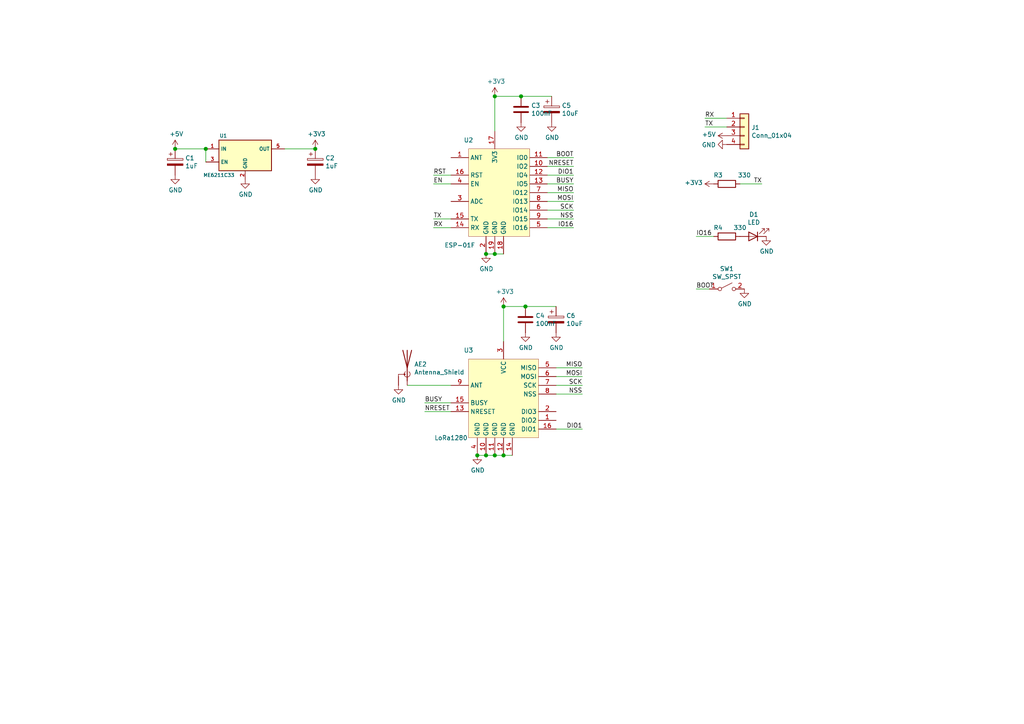
<source format=kicad_sch>
(kicad_sch (version 20201015) (generator eeschema)
  (page 1 1)
  (paper "A4")
  (lib_symbols
    (symbol "Connector_Generic:Conn_01x04" (pin_names hide)
      (property "Reference" "J" (at 0 5.08 0))
      (property "Value" "Conn_01x04" (at 0 -7.62 0))
      (symbol "Conn_01x04_1_1"
        (rectangle (start -1.27 -4.953) (end 0 -5.207) (stroke (width 0.1524)))
        (rectangle (start -1.27 -2.413) (end 0 -2.667) (stroke (width 0.1524)))
        (rectangle (start -1.27 2.667) (end 0 2.413) (stroke (width 0.1524)))
        (rectangle (start -1.27 3.81) (end 1.27 -6.35) (stroke (width 0.254)) (fill (type background)))
        (rectangle (start -1.27 0.127) (end 0 -0.127) (stroke (width 0.1524)))
        (pin passive line (at -5.08 2.54 0) (length 3.81) (name "Pin_1") (number "1"))
        (pin passive line (at -5.08 0 0) (length 3.81) (name "Pin_2") (number "2"))
        (pin passive line (at -5.08 -2.54 0) (length 3.81) (name "Pin_3") (number "3"))
        (pin passive line (at -5.08 -5.08 0) (length 3.81) (name "Pin_4") (number "4"))
      )
    )
    (symbol "ELRS_lib:ESP-01F"
      (property "Reference" "U" (at -8.89 15.24 0))
      (property "Value" "ESP-01F" (at -8.89 -15.24 0))
      (symbol "ESP-01F_0_1"
        (rectangle (start -7.62 12.7) (end 10.16 -12.7) (stroke (width 0.001)) (fill (type background)))
      )
      (symbol "ESP-01F_1_1"
        (pin input line (at -12.7 10.16 0) (length 5.08) (name "ANT") (number "1"))
        (pin input line (at -2.54 -17.78 90) (length 5.08) (name "GND") (number "2"))
        (pin input line (at -12.7 -2.54 0) (length 5.08) (name "ADC") (number "3"))
        (pin input line (at -12.7 2.54 0) (length 5.08) (name "EN") (number "4"))
        (pin input line (at 15.24 -10.16 180) (length 5.08) (name "IO16") (number "5"))
        (pin input line (at 15.24 -5.08 180) (length 5.08) (name "IO14") (number "6"))
        (pin input line (at 15.24 0 180) (length 5.08) (name "IO12") (number "7"))
        (pin input line (at 15.24 -2.54 180) (length 5.08) (name "IO13") (number "8"))
        (pin input line (at 15.24 -7.62 180) (length 5.08) (name "IO15") (number "9"))
        (pin input line (at 15.24 7.62 180) (length 5.08) (name "IO2") (number "10"))
        (pin input line (at 15.24 10.16 180) (length 5.08) (name "IO0") (number "11"))
        (pin input line (at 15.24 5.08 180) (length 5.08) (name "IO4") (number "12"))
        (pin input line (at 15.24 2.54 180) (length 5.08) (name "IO5") (number "13"))
        (pin input line (at -12.7 -10.16 0) (length 5.08) (name "RX") (number "14"))
        (pin input line (at -12.7 -7.62 0) (length 5.08) (name "TX") (number "15"))
        (pin input line (at -12.7 5.08 0) (length 5.08) (name "RST") (number "16"))
        (pin input line (at 0 17.78 270) (length 5.08) (name "3V3") (number "17"))
        (pin input line (at 2.54 -17.78 90) (length 5.08) (name "GND") (number "18"))
        (pin input line (at 0 -17.78 90) (length 5.08) (name "GND") (number "19"))
      )
    )
    (symbol "ELRS_lib:LoRa1280"
      (property "Reference" "U" (at -10.16 12.7 0))
      (property "Value" "LoRa1280" (at 10.16 -15.24 0))
      (symbol "LoRa1280_0_1"
        (rectangle (start 10.16 -12.7) (end -10.16 10.16) (stroke (width 0.001)) (fill (type background)))
      )
      (symbol "LoRa1280_1_1"
        (pin input line (at 15.24 -7.62 180) (length 5.08) (name "DIO2") (number "1"))
        (pin input line (at 15.24 -5.08 180) (length 5.08) (name "DIO3") (number "2"))
        (pin input line (at 0 15.24 270) (length 5.08) (name "VCC") (number "3"))
        (pin input line (at 15.24 7.62 180) (length 5.08) (name "MISO") (number "5"))
        (pin input line (at 15.24 5.08 180) (length 5.08) (name "MOSI") (number "6"))
        (pin input line (at 15.24 2.54 180) (length 5.08) (name "SCK") (number "7"))
        (pin input line (at 15.24 0 180) (length 5.08) (name "NSS") (number "8"))
        (pin input line (at -15.24 2.54 0) (length 5.08) (name "ANT") (number "9"))
        (pin input line (at -7.62 -17.78 90) (length 5.08) (name "GND") (number "4"))
        (pin input line (at -5.08 -17.78 90) (length 5.08) (name "GND") (number "10"))
        (pin input line (at -2.54 -17.78 90) (length 5.08) (name "GND") (number "11"))
        (pin input line (at 0 -17.78 90) (length 5.08) (name "GND") (number "12"))
        (pin input line (at 2.54 -17.78 90) (length 5.08) (name "GND") (number "14"))
        (pin input line (at -15.24 -5.08 0) (length 5.08) (name "NRESET") (number "13"))
        (pin input line (at -15.24 -2.54 0) (length 5.08) (name "BUSY") (number "15"))
        (pin input line (at 15.24 -10.16 180) (length 5.08) (name "DIO1") (number "16"))
      )
    )
    (symbol "Switch:SW_SPST" (pin_names (offset 0) hide)
      (property "Reference" "SW" (at 0 3.175 0))
      (property "Value" "SW_SPST" (at 0 -2.54 0))
      (symbol "SW_SPST_0_0"
        (circle (center -2.032 0) (radius 0.508))
        (circle (center 2.032 0) (radius 0.508))
        (polyline (pts (xy -1.524 0.254) (xy 1.524 1.778)))
      )
      (symbol "SW_SPST_1_1"
        (pin passive line (at -5.08 0 0) (length 2.54) (name "A") (number "1"))
        (pin passive line (at 5.08 0 180) (length 2.54) (name "B") (number "2"))
      )
    )
    (symbol "device:Antenna_Shield" (pin_numbers hide) (pin_names hide)
      (property "Reference" "AE" (at -1.905 4.445 0))
      (property "Value" "Antenna_Shield" (at -1.905 2.54 0))
      (symbol "Antenna_Shield_0_1"
        (arc (start 0 -2.667) (end -0.508 -1.143) (radius (at -0.0254 -1.8542) (length 0.8128) (angles -88.2 124.2)))
        (arc (start 0 -2.667) (end 0.508 -1.143) (radius (at 0.0254 -1.8542) (length 0.8128) (angles -91.8 55.8)))
        (circle (center 0.762 -1.905) (radius 0.1778) (fill (type outline)))
        (polyline (pts (xy 0 -2.54) (xy 0 0)))
        (polyline (pts (xy 0 5.08) (xy 0 -3.81)) (stroke (width 0.254)))
        (polyline (pts (xy 0.762 -1.905) (xy 2.54 -1.905)))
        (polyline (pts (xy 2.54 -2.54) (xy 2.54 -1.905)))
        (polyline (pts (xy 1.27 5.08) (xy 0 0) (xy -1.27 5.08)) (stroke (width 0.254)))
      )
      (symbol "Antenna_Shield_1_1"
        (pin input line (at 0 -5.08 90) (length 2.54) (name "A") (number "1"))
        (pin input line (at 2.54 -5.08 90) (length 2.54) (name "Shield") (number "2"))
      )
    )
    (symbol "device:C" (pin_numbers hide) (pin_names (offset 0.254))
      (property "Reference" "C" (at 0.635 2.54 0))
      (property "Value" "C" (at 0.635 -2.54 0))
      (symbol "C_0_1"
        (polyline (pts (xy -2.032 -0.762) (xy 2.032 -0.762)) (stroke (width 0.508)))
        (polyline (pts (xy -2.032 0.762) (xy 2.032 0.762)) (stroke (width 0.508)))
      )
      (symbol "C_1_1"
        (pin passive line (at 0 3.81 270) (length 2.794) (name "~") (number "1"))
        (pin passive line (at 0 -3.81 90) (length 2.794) (name "~") (number "2"))
      )
    )
    (symbol "device:CP" (pin_numbers hide) (pin_names (offset 0.254))
      (property "Reference" "C" (at 0.635 2.54 0))
      (property "Value" "CP" (at 0.635 -2.54 0))
      (symbol "CP_0_1"
        (rectangle (start -2.286 0.508) (end 2.286 1.016))
        (rectangle (start 2.286 -0.508) (end -2.286 -1.016) (fill (type outline)))
        (polyline (pts (xy -1.778 2.286) (xy -0.762 2.286)))
        (polyline (pts (xy -1.27 2.794) (xy -1.27 1.778)))
      )
      (symbol "CP_1_1"
        (pin passive line (at 0 3.81 270) (length 2.794) (name "~") (number "1"))
        (pin passive line (at 0 -3.81 90) (length 2.794) (name "~") (number "2"))
      )
    )
    (symbol "device:LED" (pin_numbers hide) (pin_names hide)
      (property "Reference" "D" (at 0 2.54 0))
      (property "Value" "LED" (at 0 -2.54 0))
      (symbol "LED_0_1"
        (polyline (pts (xy -1.27 -1.27) (xy -1.27 1.27)) (stroke (width 0.254)))
        (polyline (pts (xy -1.27 0) (xy 1.27 0)))
        (polyline (pts (xy 1.27 -1.27) (xy 1.27 1.27) (xy -1.27 0) (xy 1.27 -1.27)) (stroke (width 0.254)))
        (polyline (pts (xy -3.048 -0.762) (xy -4.572 -2.286) (xy -3.81 -2.286) (xy -4.572 -2.286) (xy -4.572 -1.524)))
        (polyline (pts (xy -1.778 -0.762) (xy -3.302 -2.286) (xy -2.54 -2.286) (xy -3.302 -2.286) (xy -3.302 -1.524)))
      )
      (symbol "LED_1_1"
        (pin passive line (at -3.81 0 0) (length 2.54) (name "K") (number "1"))
        (pin passive line (at 3.81 0 180) (length 2.54) (name "A") (number "2"))
      )
    )
    (symbol "device:R" (pin_numbers hide) (pin_names (offset 0))
      (property "Reference" "R" (at 2.032 0 90))
      (property "Value" "R" (at 0 0 90))
      (symbol "R_0_1"
        (rectangle (start -1.016 -2.54) (end 1.016 2.54) (stroke (width 0.254)))
      )
      (symbol "R_1_1"
        (pin passive line (at 0 3.81 270) (length 1.27) (name "~") (number "1"))
        (pin passive line (at 0 -3.81 90) (length 1.27) (name "~") (number "2"))
      )
    )
    (symbol "power:+3V3" (power) (pin_names (offset 0))
      (property "Value" "+3V3" (at 0 3.556 0))
      (symbol "+3V3_0_1"
        (polyline (pts (xy -0.762 1.27) (xy 0 2.54)))
        (polyline (pts (xy 0 0) (xy 0 2.54)))
        (polyline (pts (xy 0 2.54) (xy 0.762 1.27)))
      )
      (symbol "+3V3_1_1"
        (pin power_in line (at 0 0 90) (length 0) hide (name "+3V3") (number "1"))
      )
    )
    (symbol "power:+5V" (power) (pin_names (offset 0))
      (property "Value" "+5V" (at 0 3.556 0))
      (symbol "+5V_0_1"
        (polyline (pts (xy -0.762 1.27) (xy 0 2.54)))
        (polyline (pts (xy 0 0) (xy 0 2.54)))
        (polyline (pts (xy 0 2.54) (xy 0.762 1.27)))
      )
      (symbol "+5V_1_1"
        (pin power_in line (at 0 0 90) (length 0) hide (name "+5V") (number "1"))
      )
    )
    (symbol "power:GND" (power) (pin_names (offset 0))
      (property "Value" "GND" (at 0 -3.81 0))
      (symbol "GND_0_1"
        (polyline (pts (xy 0 0) (xy 0 -1.27) (xy 1.27 -1.27) (xy 0 -2.54) (xy -1.27 -1.27) (xy 0 -1.27)))
      )
      (symbol "GND_1_1"
        (pin power_in line (at 0 0 270) (length 0) hide (name "GND") (number "1"))
      )
    )
    (symbol "regul:TLV70012DDC"
      (property "Reference" "U" (at -6.35 5.08 0))
      (property "Value" "TLV70012DDC" (at 2.54 5.08 0))
      (property "Footprint" "SOT-23-5" (at 0 2.54 0))
      (property "Datasheet" "http://www.ti.com/lit/ds/symlink/tlv70025.pdf" (at 0 0 0))
      (symbol "TLV70012DDC_0_1"
        (rectangle (start -7.62 3.81) (end 7.62 -5.08) (stroke (width 0.254)) (fill (type background)))
      )
      (symbol "TLV70012DDC_1_1"
        (pin input line (at -11.43 1.27 0) (length 3.81) (name "IN") (number "1"))
        (pin power_in line (at 0 -7.62 90) (length 2.54) (name "GND") (number "2"))
        (pin input line (at -11.43 -2.54 0) (length 3.81) (name "EN") (number "3"))
        (pin power_out line (at 11.43 1.27 180) (length 3.81) (name "OUT") (number "5"))
      )
    )
  )
  (junction (at 50.8 43.18) (diameter 1.016))
  (junction (at 59.69 43.18) (diameter 1.016))
  (junction (at 91.44 43.18) (diameter 1.016))
  (junction (at 138.43 132.08) (diameter 1.016))
  (junction (at 140.97 73.66) (diameter 1.016))
  (junction (at 140.97 132.08) (diameter 1.016))
  (junction (at 143.51 27.94) (diameter 1.016))
  (junction (at 143.51 73.66) (diameter 1.016))
  (junction (at 143.51 132.08) (diameter 1.016))
  (junction (at 146.05 88.9) (diameter 1.016))
  (junction (at 146.05 132.08) (diameter 1.016))
  (junction (at 151.13 27.94) (diameter 1.016))
  (junction (at 152.4 88.9) (diameter 1.016))
  (wire (pts (xy 50.8 43.18) (xy 59.69 43.18)))
  (wire (pts (xy 59.69 43.18) (xy 59.69 46.99)))
  (wire (pts (xy 82.55 43.18) (xy 91.44 43.18)))
  (wire (pts (xy 118.11 111.76) (xy 130.81 111.76)))
  (wire (pts (xy 123.19 116.84) (xy 130.81 116.84)))
  (wire (pts (xy 123.19 119.38) (xy 130.81 119.38)))
  (wire (pts (xy 125.73 50.8) (xy 130.81 50.8)))
  (wire (pts (xy 125.73 53.34) (xy 130.81 53.34)))
  (wire (pts (xy 125.73 63.5) (xy 130.81 63.5)))
  (wire (pts (xy 125.73 66.04) (xy 130.81 66.04)))
  (wire (pts (xy 138.43 132.08) (xy 140.97 132.08)))
  (wire (pts (xy 140.97 73.66) (xy 143.51 73.66)))
  (wire (pts (xy 140.97 132.08) (xy 143.51 132.08)))
  (wire (pts (xy 143.51 27.94) (xy 143.51 38.1)))
  (wire (pts (xy 143.51 27.94) (xy 151.13 27.94)))
  (wire (pts (xy 143.51 73.66) (xy 146.05 73.66)))
  (wire (pts (xy 143.51 132.08) (xy 146.05 132.08)))
  (wire (pts (xy 146.05 88.9) (xy 146.05 99.06)))
  (wire (pts (xy 146.05 88.9) (xy 152.4 88.9)))
  (wire (pts (xy 146.05 132.08) (xy 148.59 132.08)))
  (wire (pts (xy 151.13 27.94) (xy 160.02 27.94)))
  (wire (pts (xy 152.4 88.9) (xy 161.29 88.9)))
  (wire (pts (xy 158.75 45.72) (xy 166.37 45.72)))
  (wire (pts (xy 158.75 48.26) (xy 166.37 48.26)))
  (wire (pts (xy 158.75 50.8) (xy 166.37 50.8)))
  (wire (pts (xy 158.75 53.34) (xy 166.37 53.34)))
  (wire (pts (xy 158.75 55.88) (xy 166.37 55.88)))
  (wire (pts (xy 158.75 58.42) (xy 166.37 58.42)))
  (wire (pts (xy 158.75 60.96) (xy 166.37 60.96)))
  (wire (pts (xy 158.75 63.5) (xy 166.37 63.5)))
  (wire (pts (xy 158.75 66.04) (xy 166.37 66.04)))
  (wire (pts (xy 161.29 106.68) (xy 168.91 106.68)))
  (wire (pts (xy 161.29 109.22) (xy 168.91 109.22)))
  (wire (pts (xy 161.29 111.76) (xy 168.91 111.76)))
  (wire (pts (xy 161.29 114.3) (xy 168.91 114.3)))
  (wire (pts (xy 161.29 124.46) (xy 168.91 124.46)))
  (wire (pts (xy 201.93 68.58) (xy 207.01 68.58)))
  (wire (pts (xy 201.93 83.82) (xy 205.74 83.82)))
  (wire (pts (xy 204.47 34.29) (xy 210.82 34.29)))
  (wire (pts (xy 204.47 36.83) (xy 210.82 36.83)))
  (wire (pts (xy 214.63 53.34) (xy 220.98 53.34)))
  (label "BUSY" (at 123.19 116.84 0))
  (label "NRESET" (at 123.19 119.38 0))
  (label "RST" (at 125.73 50.8 0))
  (label "EN" (at 125.73 53.34 0))
  (label "TX" (at 125.73 63.5 0))
  (label "RX" (at 125.73 66.04 0))
  (label "BOOT" (at 166.37 45.72 180))
  (label "NRESET" (at 166.37 48.26 180))
  (label "DIO1" (at 166.37 50.8 180))
  (label "BUSY" (at 166.37 53.34 180))
  (label "MISO" (at 166.37 55.88 180))
  (label "MOSI" (at 166.37 58.42 180))
  (label "SCK" (at 166.37 60.96 180))
  (label "NSS" (at 166.37 63.5 180))
  (label "IO16" (at 166.37 66.04 180))
  (label "MISO" (at 168.91 106.68 180))
  (label "MOSI" (at 168.91 109.22 180))
  (label "SCK" (at 168.91 111.76 180))
  (label "NSS" (at 168.91 114.3 180))
  (label "DIO1" (at 168.91 124.46 180))
  (label "IO16" (at 201.93 68.58 0))
  (label "BOOT" (at 201.93 83.82 0))
  (label "RX" (at 204.47 34.29 0))
  (label "TX" (at 204.47 36.83 0))
  (label "TX" (at 220.98 53.34 180))
  (symbol (lib_id "power:+5V") (at 50.8 43.18 0) (unit 1)
    (property "Reference" "#PWR0117" (effects hide))
    (property "Value" "+5V" (at 51.1683 38.8556 0))
  )
  (symbol (lib_id "power:+3V3") (at 91.44 43.18 0) (unit 1)
    (property "Reference" "#PWR0118" (effects hide))
    (property "Value" "+3V3" (at 91.8083 38.8556 0))
  )
  (symbol (lib_id "power:+3V3") (at 143.51 27.94 0) (unit 1)
    (property "Reference" "#PWR0112" (effects hide))
    (property "Value" "+3V3" (at 143.8783 23.6156 0))
  )
  (symbol (lib_id "power:+3V3") (at 146.05 88.9 0) (unit 1)
    (property "Reference" "#PWR0106" (effects hide))
    (property "Value" "+3V3" (at 146.4183 84.5756 0))
  )
  (symbol (lib_id "power:+3V3") (at 207.01 53.34 90) (unit 1)
    (property "Reference" "#PWR0110" (effects hide))
    (property "Value" "+3V3" (at 203.8349 52.9717 90) (effects (justify left)))
  )
  (symbol (lib_id "power:+5V") (at 210.82 39.37 90) (unit 1)
    (property "Reference" "#PWR0120" (effects hide))
    (property "Value" "+5V" (at 207.645 39.0017 90) (effects (justify left)))
  )
  (symbol (lib_id "power:GND") (at 50.8 50.8 0) (unit 1)
    (property "Reference" "#PWR0116" (effects hide))
    (property "Value" "GND" (at 50.9143 55.1244 0))
  )
  (symbol (lib_id "power:GND") (at 71.12 52.07 0) (unit 1)
    (property "Reference" "#PWR0115" (effects hide))
    (property "Value" "GND" (at 71.2343 56.3944 0))
  )
  (symbol (lib_id "power:GND") (at 91.44 50.8 0) (unit 1)
    (property "Reference" "#PWR0114" (effects hide))
    (property "Value" "GND" (at 91.5543 55.1244 0))
  )
  (symbol (lib_id "power:GND") (at 115.57 111.76 0) (unit 1)
    (property "Reference" "#PWR0102" (effects hide))
    (property "Value" "GND" (at 115.6843 116.0844 0))
  )
  (symbol (lib_id "power:GND") (at 138.43 132.08 0) (unit 1)
    (property "Reference" "#PWR0101" (effects hide))
    (property "Value" "GND" (at 138.5443 136.4044 0))
  )
  (symbol (lib_id "power:GND") (at 140.97 73.66 0) (unit 1)
    (property "Reference" "#PWR0103" (effects hide))
    (property "Value" "GND" (at 141.0843 77.9844 0))
  )
  (symbol (lib_id "power:GND") (at 151.13 35.56 0) (unit 1)
    (property "Reference" "#PWR0104" (effects hide))
    (property "Value" "GND" (at 151.2443 39.8844 0))
  )
  (symbol (lib_id "power:GND") (at 152.4 96.52 0) (unit 1)
    (property "Reference" "#PWR0107" (effects hide))
    (property "Value" "GND" (at 152.5143 100.8444 0))
  )
  (symbol (lib_id "power:GND") (at 160.02 35.56 0) (unit 1)
    (property "Reference" "#PWR0105" (effects hide))
    (property "Value" "GND" (at 160.1343 39.8844 0))
  )
  (symbol (lib_id "power:GND") (at 161.29 96.52 0) (unit 1)
    (property "Reference" "#PWR0108" (effects hide))
    (property "Value" "GND" (at 161.4043 100.8444 0))
  )
  (symbol (lib_id "power:GND") (at 210.82 41.91 270) (unit 1)
    (property "Reference" "#PWR0119" (effects hide))
    (property "Value" "GND" (at 207.645 42.0243 90) (effects (justify right)))
  )
  (symbol (lib_id "power:GND") (at 215.9 83.82 0) (unit 1)
    (property "Reference" "#PWR0111" (effects hide))
    (property "Value" "GND" (at 216.0143 88.1444 0))
  )
  (symbol (lib_id "power:GND") (at 222.25 68.58 0) (unit 1)
    (property "Reference" "#PWR0109" (effects hide))
    (property "Value" "GND" (at 222.3643 72.9044 0))
  )
  (symbol (lib_id "device:R") (at 210.82 53.34 90) (unit 1)
    (property "Reference" "R3" (at 208.28 50.8 90))
    (property "Value" "330" (at 215.9 50.8 90))
    (property "Footprint" "Resistor_SMD:R_0603_1608Metric" (effects hide))
  )
  (symbol (lib_id "device:R") (at 210.82 68.58 90) (unit 1)
    (property "Reference" "R4" (at 208.28 66.04 90))
    (property "Value" "330" (at 214.63 66.04 90))
    (property "Footprint" "Resistor_SMD:R_0603_1608Metric" (effects hide))
  )
  (symbol (lib_id "device:LED") (at 218.44 68.58 180) (unit 1)
    (property "Reference" "D1" (at 218.6305 62.2108 0))
    (property "Value" "LED" (at 218.6305 64.5095 0))
    (property "Footprint" "LED_SMD:LED_0603_1608Metric" (effects hide))
  )
  (symbol (lib_id "Switch:SW_SPST") (at 210.82 83.82 0) (unit 1)
    (property "Reference" "SW1" (at 210.82 77.9588 0))
    (property "Value" "SW_SPST" (at 210.82 80.2575 0))
    (property "Footprint" "ELRS_lib:SW_3x4x2" (effects hide))
  )
  (symbol (lib_id "device:CP") (at 50.8 46.99 0) (unit 1)
    (property "Reference" "C1" (at 53.7211 45.8406 0) (effects (justify left)))
    (property "Value" "1uF" (at 53.7211 48.1393 0) (effects (justify left)))
    (property "Footprint" "Capacitor_Tantalum_SMD:CP_EIA-1608-08_AVX-J" (effects hide))
  )
  (symbol (lib_id "device:CP") (at 91.44 46.99 0) (unit 1)
    (property "Reference" "C2" (at 94.3611 45.8406 0) (effects (justify left)))
    (property "Value" "1uF" (at 94.3611 48.1393 0) (effects (justify left)))
    (property "Footprint" "Capacitor_Tantalum_SMD:CP_EIA-1608-08_AVX-J" (effects hide))
  )
  (symbol (lib_id "device:C") (at 151.13 31.75 0) (unit 1)
    (property "Reference" "C3" (at 154.0511 30.6006 0) (effects (justify left)))
    (property "Value" "100nF" (at 154.0511 32.8993 0) (effects (justify left)))
    (property "Footprint" "Capacitor_SMD:C_0603_1608Metric" (effects hide))
  )
  (symbol (lib_id "device:C") (at 152.4 92.71 0) (unit 1)
    (property "Reference" "C4" (at 155.3211 91.5606 0) (effects (justify left)))
    (property "Value" "100nF" (at 155.3211 93.8593 0) (effects (justify left)))
    (property "Footprint" "Capacitor_SMD:C_0603_1608Metric" (effects hide))
  )
  (symbol (lib_id "device:CP") (at 160.02 31.75 0) (unit 1)
    (property "Reference" "C5" (at 162.9411 30.6006 0) (effects (justify left)))
    (property "Value" "10uF" (at 162.9411 32.8993 0) (effects (justify left)))
    (property "Footprint" "Capacitor_Tantalum_SMD:CP_EIA-1608-08_AVX-J" (effects hide))
  )
  (symbol (lib_id "device:CP") (at 161.29 92.71 0) (unit 1)
    (property "Reference" "C6" (at 164.2111 91.5606 0) (effects (justify left)))
    (property "Value" "10uF" (at 164.2111 93.8593 0) (effects (justify left)))
    (property "Footprint" "Capacitor_Tantalum_SMD:CP_EIA-1608-08_AVX-J" (effects hide))
  )
  (symbol (lib_id "device:Antenna_Shield") (at 118.11 106.68 0) (mirror y) (unit 1)
    (property "Reference" "AE2" (at 120.1421 105.6576 0) (effects (justify right)))
    (property "Value" "Antenna_Shield" (at 120.1421 107.9563 0) (effects (justify right)))
    (property "Footprint" "ELRS_lib:U.FL" (effects hide))
  )
  (symbol (lib_id "Connector_Generic:Conn_01x04") (at 215.9 36.83 0) (unit 1)
    (property "Reference" "J1" (at 217.9321 37.0014 0) (effects (justify left)))
    (property "Value" "Conn_01x04" (at 217.9321 39.3001 0) (effects (justify left)))
    (property "Footprint" "ELRS_lib:com_pads" (effects hide))
  )
  (symbol (lib_id "regul:TLV70012DDC") (at 71.12 44.45 0) (unit 1)
    (property "Reference" "U1" (at 64.77 39.37 0) (effects (font (size 1.016 1.016))))
    (property "Value" "ME6211C33" (at 63.5 50.8 0) (effects (font (size 1.016 1.016))))
    (property "Footprint" "Package_TO_SOT_SMD:SOT-23-5" (effects hide))
    (property "Datasheet" "http://www.ti.com/lit/ds/symlink/tlv70025.pdf" (effects hide))
  )
  (symbol (lib_id "ELRS_lib:ESP-01F") (at 143.51 55.88 0) (unit 1)
    (property "Reference" "U2" (at 135.89 40.64 0))
    (property "Value" "ESP-01F" (at 133.35 71.12 0))
    (property "Footprint" "ELRS_lib:ESP-01F" (effects hide))
  )
  (symbol (lib_id "ELRS_lib:LoRa1280") (at 146.05 114.3 0) (unit 1)
    (property "Reference" "U3" (at 135.89 101.6 0))
    (property "Value" "LoRa1280" (at 130.81 127 0))
    (property "Footprint" "ELRS_lib:LoRa1280" (effects hide))
  )
)
</source>
